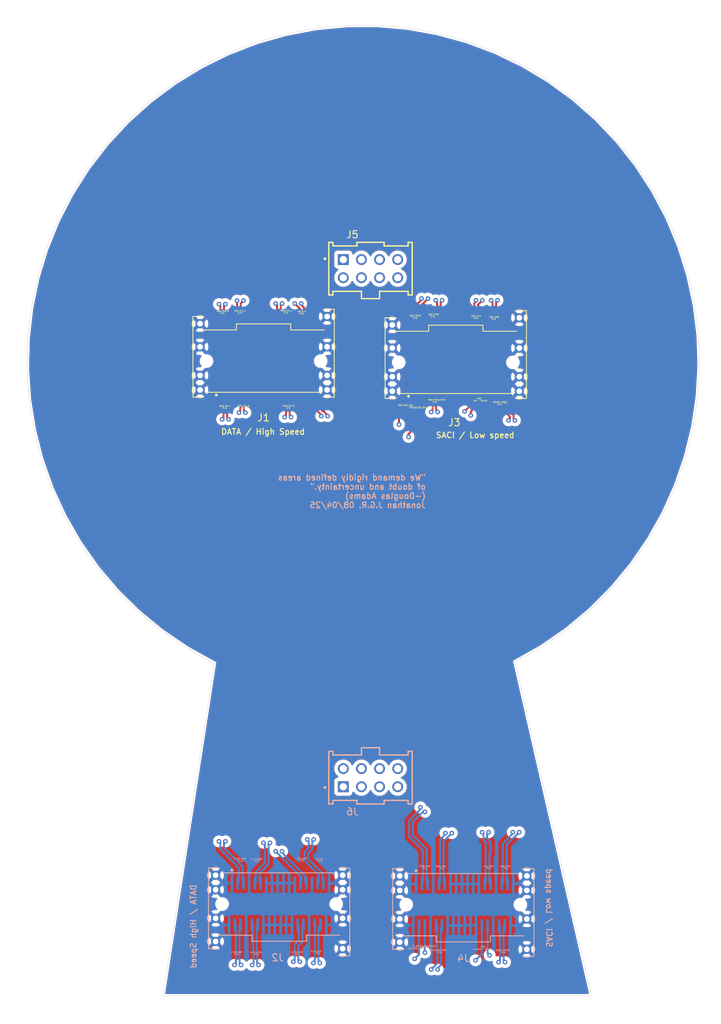
<source format=kicad_pcb>
(kicad_pcb (version 20241229) (generator "pcbnew") (generator_version "9.0")
  (layers (0 "F.Cu" signal "TopLayer") (4 "In1.Cu" signal "Inner1") (6 "In2.Cu" power "Inner2") (8 "In3.Cu" signal) (10 "In4.Cu" signal) (2 "B.Cu" signal "BottomLayer") (13 "F.Paste" user "TopPasteMaskLayer") (15 "B.Paste" user "BottomPasteMaskLayer") (5 "F.SilkS" user "TopSilkLayer") (7 "B.SilkS" user "BottomSilkLayer") (1 "F.Mask" user "TopSolderMaskLayer") (3 "B.Mask" user "BottomSolderMaskLayer") (25 "Edge.Cuts" user))
  (net 0 "")
  (net 1 "DGND")
  (net 2 "/SER_CLK_1_P")
  (net 3 "/DATA_OUT_0_N")
  (net 4 "/WORD_CLK_0_P")
  (net 5 "/RD_CLK_0_P")
  (net 6 "/SER_CLK_0_N")
  (net 7 "/SER_CLK_0_P")
  (net 8 "/RD_CLK_0_N")
  (net 9 "/WORD_CLK_1_N")
  (net 10 "/WORD_CLK_0_N")
  (net 11 "/RD_CLK_N")
  (net 12 "/WORD_CLK_1_P")
  (net 13 "/SER_CLK_1_N")
  (net 14 "/DATA_OUT_1_P")
  (net 15 "/DATA_OUT_0_P")
  (net 16 "/RD_CLK_P")
  (net 17 "/DATA_OUT_1_N")
  (net 18 "/SACI_CLK_N")
  (net 19 "/ASIC{0123}_DM_SN_IO")
  (net 20 "/SPARE_HR{0}_N")
  (net 21 "/ASIC_SR0_P")
  (net 22 "/ASIC_SR0_N")
  (net 23 "/SACI_RESP_P")
  (net 24 "/SACI_CMD_P")
  (net 25 "/ASIC_SACI_SEL")
  (net 26 "/ASIC_SampClkEn_P")
  (net 27 "/ASIC_PULSE")
  (net 28 "/SACI_CLK_P")
  (net 29 "/SACI_CMD_N")
  (net 30 "/ASIC_SampClkEn_N")
  (net 31 "/ASIC_GR")
  (net 32 "/SPARE_HR{0}_P")
  (net 33 "/SACI_RESP_N")
  (net 34 "/VDD1")
  (net 35 "AGND")
  (net 36 "/VDD2")
  (footprint "Connector_SATA_SAS:SATA" (layer "F.Cu") (at 153.95 77.62)
    (property "Reference" "J3")
    (property "Value" "1888174-6")
  )
  (footprint "lib:SAMTEC_IPL1-104-01-L-D-K" (layer "F.Cu") (at 142 64.5)
    (property "Reference" "J5")
    (property "Value" "IPL1-104-01-L-D-K")
  )
  (footprint "Connector_SATA_SAS:SATA" (layer "F.Cu") (at 127.02 77.44)
    (property "Reference" "J1")
    (property "Value" "1888174-6")
  )
  (footprint "lib:SAMTEC_IPL1-104-01-L-D-K" (layer "B.Cu") (at 142 135.73)
    (property "Reference" "J6")
    (property "Value" "IPL1-104-01-L-D-K")
  )
  (footprint "Connector_SATA_SAS:SATA" (layer "B.Cu") (at 129.200001 153.409998)
    (property "Reference" "J2")
    (property "Value" "1888174-6")
  )
  (footprint "Connector_SATA_SAS:SATA" (layer "B.Cu") (at 155 153.5)
    (property "Reference" "J4")
    (property "Value" "1888174-6")
  )
  (gr_arc (start 120.132759 119.700472) (mid 140.757661 30.43077) (end 162.231802 119.499999) (stroke (width 0.05)) (layer "Edge.Cuts"))
  (gr_line (start 120.132759 119.700472) (end 112.932281 166.25) (stroke (width 0.05)) (layer "Edge.Cuts"))
  (gr_line (start 172.932281 166.25) (end 162.231802 119.499998) (stroke (width 0.05)) (layer "Edge.Cuts"))
  (gr_line (start 112.932281 166.25) (end 172.932281 166.25) (stroke (width 0.05)) (layer "Edge.Cuts"))
  (gr_text "Data Out 0\n   P/N" (at 120.44 70.88 0) (layer "F.SilkS") (effects (font (size 0.2 0.2) (thickness 0.04) (bold yes)) (justify left bottom)))
  (gr_text "SER_CLK_1\n   P/N" (at 122.89 70.85 0) (layer "F.SilkS") (effects (font (size 0.2 0.2) (thickness 0.04) (bold yes)) (justify left bottom)))
  (gr_text "   ASIC\nGR - PULSE\n" (at 156.44 83.11 0) (layer "F.SilkS") (effects (font (size 0.2 0.2) (thickness 0.04) (bold yes)) (justify left bottom)))
  (gr_text "RD_CLK\n P/N" (at 131.82 70.95 0) (layer "F.SilkS") (effects (font (size 0.2 0.2) (thickness 0.04) (bold yes)) (justify left bottom)))
  (gr_text "ASIC SAmpClkEn\n    P/N" (at 150.07 83.29 -0) (layer "F.SilkS") (effects (font (size 0.2 0.2) (thickness 0.04) (bold yes)) (justify left bottom)))
  (gr_text "Data Out 1\n   P/N" (at 120.78 84.14 0) (layer "F.SilkS") (effects (font (size 0.2 0.2) (thickness 0.04) (bold yes)) (justify left bottom)))
  (gr_text "SACI_RESP\n   P/N" (at 147.45 71.54 -0) (layer "F.SilkS") (effects (font (size 0.2 0.2) (thickness 0.04) (bold yes)) (justify left bottom)))
  (gr_text "ASIC_SACI_SEL\n		ASIC{0123}_DM_SN_IO\n" (at 145.84 84.05 0) (layer "F.SilkS") (effects (font (size 0.2 0.2) (thickness 0.04) (bold yes)) (justify left bottom)))
  (gr_text "ASIC_SR0\n  P/N" (at 158.61 71.71 -0) (layer "F.SilkS") (effects (font (size 0.2 0.2) (thickness 0.04) (bold yes)) (justify left bottom)))
  (gr_text "Word_Clk_0\n   P/N" (at 129.66 84.13 0) (layer "F.SilkS") (effects (font (size 0.2 0.2) (thickness 0.04) (bold yes)) (justify left bottom)))
  (gr_text "SPARE_HR{0}\n    P/N" (at 159.14 83.63 -0) (layer "F.SilkS") (effects (font (size 0.2 0.2) (thickness 0.04) (bold yes)) (justify left bottom)))
  (gr_text "DATA / High Speed" (at 120.99 87.79 0) (layer "F.SilkS") (effects (font (size 0.8 0.8) (thickness 0.15) (bold yes)) (justify left bottom)))
  (gr_text "Word_Clk_1\n   P/N" (at 129.35 70.81 0) (layer "F.SilkS") (effects (font (size 0.2 0.2) (thickness 0.04) (bold yes)) (justify left bottom)))
  (gr_text "SER_CLK_0\n   P/N" (at 123.37 84.16 0) (layer "F.SilkS") (effects (font (size 0.2 0.2) (thickness 0.04) (bold yes)) (justify left bottom)))
  (gr_text "SACI_CLK\n  P/N" (at 156.11 71.56 -0) (layer "F.SilkS") (effects (font (size 0.2 0.2) (thickness 0.04) (bold yes)) (justify left bottom)))
  (gr_text "SACI_CMD\n  P/N" (at 150.09 71.34 0) (layer "F.SilkS") (effects (font (size 0.2 0.2) (thickness 0.04) (bold yes)) (justify left bottom)))
  (gr_text "SACI / Low speed" (at 151.08 88.27 0) (layer "F.SilkS") (effects (font (size 0.8 0.8) (thickness 0.15) (bold yes)) (justify left bottom)))
  (gr_text "RD_CLK_0\n N/P" (at 135.15 160.45 0) (layer "B.SilkS") (effects (font (size 0.2 0.2) (thickness 0.04) (bold yes)) (justify left bottom mirror)))
  (gr_text "SACI / Low speed" (at 166.56 159.53 270) (layer "B.SilkS") (effects (font (size 0.8 0.8) (thickness 0.15) (bold yes)) (justify left bottom mirror)))
  (gr_text "Data Out 1\n   N/P" (at 124.05 160.56 0) (layer "B.SilkS") (effects (font (size 0.2 0.2) (thickness 0.04) (bold yes)) (justify left bottom mirror)))
  (gr_text "Word_Clk_0\n   N/P" (at 132.55 160.56 0) (layer "B.SilkS") (effects (font (size 0.2 0.2) (thickness 0.04) (bold yes)) (justify left bottom mirror)))
  (gr_text "SPARE_HR{0}\n    N/P" (at 161.55 160.31 0) (layer "B.SilkS") (effects (font (size 0.2 0.2) (thickness 0.04) (bold yes)) (justify left bottom mirror)))
  (gr_text "SER_CLK_0\n   N/P\n" (at 126.79 160.61 0) (layer "B.SilkS") (effects (font (size 0.2 0.2) (thickness 0.04) (bold yes)) (justify left bottom mirror)))
  (gr_text "SACI_CMD\n  N/P" (at 152.6 148.58 0) (layer "B.SilkS") (effects (font (size 0.2 0.2) (thickness 0.04) (bold yes)) (justify left bottom mirror)))
  (gr_text "	 ASIC\nPULSE - Ground\n" (at 159.01 159.83 -0) (layer "B.SilkS") (effects (font (size 0.2 0.2) (thickness 0.04) (bold yes)) (justify left bottom mirror)))
  (gr_text "{dblquote}We demand rigidly defined areas\nof doubt and uncertainty.{dblquote}\n(-Douglas Adams)\nJonathan J.G.R. 08/04/25" (at 149.82 98.06 0) (layer "B.SilkS") (effects (font (size 0.8 0.8) (thickness 0.15) (bold yes)) (justify left bottom mirror)))
  (gr_text "ASIC SAmpClkEn\n    N/P" (at 152.68 160.29 0) (layer "B.SilkS") (effects (font (size 0.2 0.2) (thickness 0.04) (bold yes)) (justify left bottom mirror)))
  (gr_text "ASIC{0123}_DM_SN_IO\n            ASIC_SACI_SEL" (at 151.22 159.73 0) (layer "B.SilkS") (effects (font (size 0.2 0.2) (thickness 0.04) (bold yes)) (justify left bottom mirror)))
  (gr_text "SACI_CLK\n  N/P" (at 159.22 148.55 0) (layer "B.SilkS") (effects (font (size 0.2 0.2) (thickness 0.04) (bold yes)) (justify left bottom mirror)))
  (gr_text "ASIC_SR0\n  N/P" (at 161.64 148.57 0) (layer "B.SilkS") (effects (font (size 0.2 0.2) (thickness 0.04) (bold yes)) (justify left bottom mirror)))
  (gr_text "Word_Clk_1\n   N/P\n" (at 133.13 147.47 0) (layer "B.SilkS") (effects (font (size 0.2 0.2) (thickness 0.04) (bold yes)) (justify left bottom mirror)))
  (gr_text "SACI_RESP\n   N/P\n" (at 150.42 148.56 0) (layer "B.SilkS") (effects (font (size 0.2 0.2) (thickness 0.04) (bold yes)) (justify left bottom mirror)))
  (gr_text "SER_CLK_1\n   N/P" (at 126.85 147.56 0) (layer "B.SilkS") (effects (font (size 0.2 0.2) (thickness 0.04) (bold yes)) (justify left bottom mirror)))
  (gr_text "DATA / High Speed" (at 117.66 150.6 90) (layer "B.SilkS") (effects (font (size 0.8 0.8) (thickness 0.15) (bold yes)) (justify left bottom mirror)))
  (gr_text "Data Out 0\n   N/P" (at 124.56 147.49 0) (layer "B.SilkS") (effects (font (size 0.2 0.2) (thickness 0.04) (bold yes)) (justify left bottom mirror)))
  (gr_text "RD_CLK\n N/P\n" (at 135.4 147.56 0) (layer "B.SilkS") (effects (font (size 0.2 0.2) (thickness 0.04) (bold yes)) (justify left bottom mirror)))
  (segment (start 123.22 73.63) (end 123.36445 73.48555) (width 0.2701) (layer "F.Cu") (net 2))
  (segment (start 123.36445 73.48555) (end 123.36445 71.23) (width 0.2701) (layer "F.Cu") (net 2))
  (segment (start 123.36445 71.23) (end 123.3095 71.17505) (width 0.2701) (layer "F.Cu") (net 2))
  (segment (start 123.22 74.53) (end 123.22 73.63) (width 0.2701) (layer "F.Cu") (net 2))
  (segment (start 123.3095 71.17505) (end 123.3095 68.97) (width 0.2701) (layer "F.Cu") (net 2))
  (via (at 127.0095 144.84) (size 0.66) (drill 0.3) (layers "F.Cu" "B.Cu") (net 2))
  (via (at 123.3095 68.97) (size 0.66) (drill 0.3) (layers "F.Cu" "B.Cu") (net 2))
  (segment (start 125.944449 150.355547) (end 125.944449 148.904149) (width 0.2701) (layer "B.Cu") (net 2))
  (segment (start 127.204449 145.034949) (end 127.0095 144.84) (width 0.2701) (layer "B.Cu") (net 2))
  (segment (start 125.944449 148.904149) (end 127.204449 147.644149) (width 0.2701) (layer "B.Cu") (net 2))
  (segment (start 127.204449 147.644149) (end 127.204449 145.034949) (width 0.2701) (layer "B.Cu") (net 2))
  (segment (start 125.799999 150.499997) (end 125.944449 150.355547) (width 0.2701) (layer "B.Cu") (net 2))
  (segment (start 121.475551 69.654949) (end 121.6705 69.46) (width 0.2701) (layer "F.Cu") (net 3))
  (segment (start 121.62 74.53) (end 121.475551 74.385551) (width 0.2701) (layer "F.Cu") (net 3))
  (segment (start 121.475551 74.385551) (end 121.475551 69.654949) (width 0.2701) (layer "F.Cu") (net 3))
  (via (at 121.6705 69.46) (size 0.66) (drill 0.3) (layers "F.Cu" "B.Cu") (net 3))
  (via (at 121.6705 144.64) (size 0.66) (drill 0.3) (layers "F.Cu" "B.Cu") (net 3))
  (segment (start 121.6705 144.64) (end 121.475551 144.834949) (width 0.2701) (layer "B.Cu") (net 3))
  (segment (start 121.475551 145.534149) (end 124.055551 148.114149) (width 0.2701) (layer "B.Cu") (net 3))
  (segment (start 121.475551 144.834949) (end 121.475551 145.534149) (width 0.2701) (layer "B.Cu") (net 3))
  (segment (start 124.055551 150.355549) (end 124.200002 150.5) (width 0.2701) (layer "B.Cu") (net 3))
  (segment (start 124.055551 148.114149) (end 124.055551 150.355549) (width 0.2701) (layer "B.Cu") (net 3))
  (segment (start 129.9695 85.28) (end 130.16445 85.08505) (width 0.2701) (layer "F.Cu") (net 4))
  (segment (start 130.16445 81.39445) (end 130.02 81.25) (width 0.2701) (layer "F.Cu") (net 4))
  (segment (start 130.16445 85.08505) (end 130.16445 81.39445) (width 0.2701) (layer "F.Cu") (net 4))
  (segment (start 130.02 81.25) (end 130.02 80.35) (width 0.2701) (layer "F.Cu") (net 4))
  (via (at 129.9695 85.28) (size 0.66) (drill 0.3) (layers "F.Cu" "B.Cu") (net 4))
  (via (at 131.1795 161.48) (size 0.66) (drill 0.3) (layers "F.Cu" "B.Cu") (net 4))
  (segment (start 131.944452 156.464449) (end 131.944452 158.504146) (width 0.2701) (layer "B.Cu") (net 4))
  (segment (start 131.944452 158.504146) (end 131.374449 159.074149) (width 0.2701) (layer "B.Cu") (net 4))
  (segment (start 131.8 156.319997) (end 131.944452 156.464449) (width 0.2701) (layer "B.Cu") (net 4))
  (segment (start 131.374449 159.074149) (end 131.374449 161.285051) (width 0.2701) (layer "B.Cu") (net 4))
  (segment (start 131.374449 161.285051) (end 131.1795 161.48) (width 0.2701) (layer "B.Cu") (net 4))
  (segment (start 132.56445 81.39445) (end 132.42 81.25) (width 0.2701) (layer "F.Cu") (net 5))
  (segment (start 132.42 81.25) (end 132.42 80.35) (width 0.2701) (layer "F.Cu") (net 5))
  (segment (start 135.0995 85.14) (end 135.0995 84.961805) (width 0.2701) (layer "F.Cu") (net 5))
  (segment (start 135.0995 84.961805) (end 132.56445 82.426755) (width 0.2701) (layer "F.Cu") (net 5))
  (segment (start 132.56445 82.426755) (end 132.56445 81.39445) (width 0.2701) (layer "F.Cu") (net 5))
  (via (at 133.9995 161.66) (size 0.66) (drill 0.3) (layers "F.Cu" "B.Cu") (net 5))
  (via (at 135.0995 85.14) (size 0.66) (drill 0.3) (layers "F.Cu" "B.Cu") (net 5))
  (segment (start 134.2 160.248862) (end 134.19445 160.254412) (width 0.2701) (layer "B.Cu") (net 5))
  (segment (start 134.2 156.319996) (end 134.2 160.248862) (width 0.2701) (layer "B.Cu") (net 5))
  (segment (start 134.19445 161.46505) (end 133.9995 161.66) (width 0.2701) (layer "B.Cu") (net 5))
  (segment (start 134.19445 160.254412) (end 134.19445 161.46505) (width 0.2701) (layer "B.Cu") (net 5))
  (segment (start 124.275551 80.494449) (end 124.275551 84.455051) (width 0.2701) (layer "F.Cu") (net 6))
  (segment (start 124.275551 84.455051) (end 124.4705 84.65) (width 0.2701) (layer "F.Cu") (net 6))
  (segment (start 124.42 80.35) (end 124.275551 80.494449) (width 0.2701) (layer "F.Cu") (net 6))
  (via (at 126.3205 161.94) (size 0.66) (drill 0.3) (layers "F.Cu" "B.Cu") (net 6))
  (via (at 124.4705 84.65) (size 0.66) (drill 0.3) (layers "F.Cu" "B.Cu") (net 6))
  (segment (start 126.3205 161.94) (end 126.12555 161.74505) (width 0.2701) (layer "B.Cu") (net 6))
  (segment (start 126.12555 159.904412) (end 126.055553 159.834415) (width 0.2701) (layer "B.Cu") (net 6))
  (segment (start 126.055553 156.464446) (end 126.200001 156.319998) (width 0.2701) (layer "B.Cu") (net 6))
  (segment (start 126.055553 159.834415) (end 126.055553 156.464446) (width 0.2701) (layer "B.Cu") (net 6))
  (segment (start 126.12555 161.74505) (end 126.12555 159.904412) (width 0.2701) (layer "B.Cu") (net 6))
  (segment (start 123.764449 80.494449) (end 123.764449 84.455051) (width 0.2701) (layer "F.Cu") (net 7))
  (segment (start 123.764449 84.455051) (end 123.5695 84.65) (width 0.2701) (layer "F.Cu") (net 7))
  (segment (start 123.62 80.35) (end 123.764449 80.494449) (width 0.2701) (layer "F.Cu") (net 7))
  (via (at 123.5695 84.65) (size 0.66) (drill 0.3) (layers "F.Cu" "B.Cu") (net 7))
  (via (at 125.4195 161.94) (size 0.66) (drill 0.3) (layers "F.Cu" "B.Cu") (net 7))
  (segment (start 125.61445 160.1) (end 125.544452 160.030002) (width 0.2701) (layer "B.Cu") (net 7))
  (segment (start 125.4195 161.94) (end 125.61445 161.74505) (width 0.2701) (layer "B.Cu") (net 7))
  (segment (start 125.61445 161.74505) (end 125.61445 160.1) (width 0.2701) (layer "B.Cu") (net 7))
  (segment (start 125.544452 156.464446) (end 125.400002 156.319996) (width 0.2701) (layer "B.Cu") (net 7))
  (segment (start 125.544452 160.030002) (end 125.544452 156.464446) (width 0.2701) (layer "B.Cu") (net 7))
  (segment (start 135.80655 84.84713) (end 135.39237 84.43295) (width 0.2701) (layer "F.Cu") (net 8))
  (segment (start 133.07555 82.21505) (end 133.07555 81.39445) (width 0.2701) (layer "F.Cu") (net 8))
  (segment (start 135.80655 84.94605) (end 135.80655 84.84713) (width 0.2701) (layer "F.Cu") (net 8))
  (segment (start 135.29345 84.43295) (end 133.07555 82.21505) (width 0.2701) (layer "F.Cu") (net 8))
  (segment (start 136.0005 85.14) (end 135.80655 84.94605) (width 0.2701) (layer "F.Cu") (net 8))
  (segment (start 133.22 81.25) (end 133.22 80.35) (width 0.2701) (layer "F.Cu") (net 8))
  (segment (start 135.39237 84.43295) (end 135.29345 84.43295) (width 0.2701) (layer "F.Cu") (net 8))
  (segment (start 133.07555 81.39445) (end 133.22 81.25) (width 0.2701) (layer "F.Cu") (net 8))
  (via (at 136.0005 85.14) (size 0.66) (drill 0.3) (layers "F.Cu" "B.Cu") (net 8))
  (via (at 134.9005 161.66) (size 0.66) (drill 0.3) (layers "F.Cu" "B.Cu") (net 8))
  (segment (start 135.000001 156.319998) (end 134.7111 156.608899) (width 0.2701) (layer "B.Cu") (net 8))
  (segment (start 134.7111 160.44445) (end 134.70555 160.45) (width 0.2701) (layer "B.Cu") (net 8))
  (segment (start 134.70555 161.46505) (end 134.70555 160.45) (width 0.2701) (layer "B.Cu") (net 8))
  (segment (start 134.7111 156.608899) (end 134.7111 160.44445) (width 0.2701) (layer "B.Cu") (net 8))
  (segment (start 134.9005 161.66) (end 134.70555 161.46505) (width 0.2701) (layer "B.Cu") (net 8))
  (segment (start 129.415551 71.064149) (end 129.415551 69.574949) (width 0.2701) (layer "F.Cu") (net 9))
  (segment (start 129.415551 69.574949) (end 129.6105 69.38) (width 0.2701) (layer "F.Cu") (net 9))
  (segment (start 130.27555 71.924148) (end 129.415551 71.064149) (width 0.2701) (layer "F.Cu") (net 9))
  (segment (start 130.42 73.63) (end 130.27555 73.48555) (width 0.2701) (layer "F.Cu") (net 9))
  (segment (start 130.27555 73.48555) (end 130.27555 71.924148) (width 0.2701) (layer "F.Cu") (net 9))
  (segment (start 130.42 74.53) (end 130.42 73.63) (width 0.2701) (layer "F.Cu") (net 9))
  (via (at 129.6105 146.04) (size 0.66) (drill 0.3) (layers "F.Cu" "B.Cu") (net 9))
  (via (at 129.6105 69.38) (size 0.66) (drill 0.3) (layers "F.Cu" "B.Cu") (net 9))
  (segment (start 129.6105 146.04) (end 129.6105 146.218195) (width 0.2701) (layer "B.Cu") (net 9))
  (segment (start 132.85555 149.463245) (end 132.85555 150.35555) (width 0.2701) (layer "B.Cu") (net 9))
  (segment (start 129.6105 146.218195) (end 132.85555 149.463245) (width 0.2701) (layer "B.Cu") (net 9))
  (segment (start 132.85555 150.35555) (end 133 150.5) (width 0.2701) (layer "B.Cu") (net 9))
  (segment (start 130.82 81.25) (end 130.82 80.35) (width 0.2701) (layer "F.Cu") (net 10))
  (segment (start 130.67555 81.39445) (end 130.82 81.25) (width 0.2701) (layer "F.Cu") (net 10))
  (segment (start 130.67555 85.08505) (end 130.67555 81.39445) (width 0.2701) (layer "F.Cu") (net 10))
  (segment (start 130.8705 85.28) (end 130.67555 85.08505) (width 0.2701) (layer "F.Cu") (net 10))
  (via (at 132.0805 161.48) (size 0.66) (drill 0.3) (layers "F.Cu" "B.Cu") (net 10))
  (via (at 130.8705 85.28) (size 0.66) (drill 0.3) (layers "F.Cu" "B.Cu") (net 10))
  (segment (start 131.885551 159.285851) (end 131.885551 161.285051) (width 0.2701) (layer "B.Cu") (net 10))
  (segment (start 131.885551 161.285051) (end 132.0805 161.48) (width 0.2701) (layer "B.Cu") (net 10))
  (segment (start 132.455553 158.715849) (end 131.885551 159.285851) (width 0.2701) (layer "B.Cu") (net 10))
  (segment (start 132.600003 156.319999) (end 132.455553 156.464449) (width 0.2701) (layer "B.Cu") (net 10))
  (segment (start 132.455553 156.464449) (end 132.455553 158.715849) (width 0.2701) (layer "B.Cu") (net 10))
  (segment (start 132.2905 69.558195) (end 132.67555 69.943245) (width 0.2701) (layer "F.Cu") (net 11))
  (segment (start 132.67555 69.943245) (end 132.67555 73.48555) (width 0.2701) (layer "F.Cu") (net 11))
  (segment (start 132.67555 73.48555) (end 132.82 73.63) (width 0.2701) (layer "F.Cu") (net 11))
  (segment (start 132.2905 69.38) (end 132.2905 69.558195) (width 0.2701) (layer "F.Cu") (net 11))
  (segment (start 132.82 73.63) (end 132.82 74.53) (width 0.2701) (layer "F.Cu") (net 11))
  (via (at 134.0405 144.37) (size 0.66) (drill 0.3) (layers "F.Cu" "B.Cu") (net 11))
  (via (at 132.2905 69.38) (size 0.66) (drill 0.3) (layers "F.Cu" "B.Cu") (net 11))
  (segment (start 135.400001 150.499998) (end 135.255551 150.355548) (width 0.2701) (layer "B.Cu") (net 11))
  (segment (start 133.845551 145.7499) (end 133.845551 144.564949) (width 0.2701) (layer "B.Cu") (net 11))
  (segment (start 135.255551 150.355548) (end 135.255551 149.094149) (width 0.2701) (layer "B.Cu") (net 11))
  (segment (start 133.845551 144.564949) (end 134.0405 144.37) (width 0.2701) (layer "B.Cu") (net 11))
  (segment (start 133.275551 147.114149) (end 133.275551 146.3199) (width 0.2701) (layer "B.Cu") (net 11))
  (segment (start 135.255551 149.094149) (end 133.275551 147.114149) (width 0.2701) (layer "B.Cu") (net 11))
  (segment (start 133.275551 146.3199) (end 133.845551 145.7499) (width 0.2701) (layer "B.Cu") (net 11))
  (segment (start 129.62 73.63) (end 129.76445 73.48555) (width 0.2701) (layer "F.Cu") (net 12))
  (segment (start 128.904449 71.275851) (end 128.904449 69.574949) (width 0.2701) (layer "F.Cu") (net 12))
  (segment (start 129.62 74.53) (end 129.62 73.63) (width 0.2701) (layer "F.Cu") (net 12))
  (segment (start 129.76445 72.135852) (end 128.904449 71.275851) (width 0.2701) (layer "F.Cu") (net 12))
  (segment (start 129.76445 73.48555) (end 129.76445 72.135852) (width 0.2701) (layer "F.Cu") (net 12))
  (segment (start 128.904449 69.574949) (end 128.7095 69.38) (width 0.2701) (layer "F.Cu") (net 12))
  (via (at 128.7095 146.04) (size 0.66) (drill 0.3) (layers "F.Cu" "B.Cu") (net 12))
  (via (at 128.7095 69.38) (size 0.66) (drill 0.3) (layers "F.Cu" "B.Cu") (net 12))
  (segment (start 128.7095 146.04) (end 132.344449 149.674949) (width 0.2701) (layer "B.Cu") (net 12))
  (segment (start 132.344449 149.674949) (end 132.344449 150.35555) (width 0.2701) (layer "B.Cu") (net 12))
  (segment (start 132.344449 150.35555) (end 132.200001 150.499998) (width 0.2701) (layer "B.Cu") (net 12))
  (segment (start 123.8206 70.979462) (end 123.8206 69.3599) (width 0.2701) (layer "F.Cu") (net 13))
  (segment (start 124.02 74.53) (end 124.02 73.63) (width 0.2701) (layer "F.Cu") (net 13))
  (segment (start 124.02 73.63) (end 123.87555 73.48555) (width 0.2701) (layer "F.Cu") (net 13))
  (segment (start 123.8206 69.3599) (end 124.2105 68.97) (width 0.2701) (layer "F.Cu") (net 13))
  (segment (start 123.87555 73.48555) (end 123.87555 71.034412) (width 0.2701) (layer "F.Cu") (net 13))
  (segment (start 123.87555 71.034412) (end 123.8206 70.979462) (width 0.2701) (layer "F.Cu") (net 13))
  (via (at 124.2105 68.97) (size 0.66) (drill 0.3) (layers "F.Cu" "B.Cu") (net 13))
  (via (at 127.9105 144.84) (size 0.66) (drill 0.3) (layers "F.Cu" "B.Cu") (net 13))
  (segment (start 126.600002 150.499999) (end 126.45555 150.355547) (width 0.2701) (layer "B.Cu") (net 13))
  (segment (start 126.45555 150.355547) (end 126.45555 149.115852) (width 0.2701) (layer "B.Cu") (net 13))
  (segment (start 127.715551 145.034949) (end 127.9105 144.84) (width 0.2701) (layer "B.Cu") (net 13))
  (segment (start 127.715551 147.855851) (end 127.715551 145.034949) (width 0.2701) (layer "B.Cu") (net 13))
  (segment (start 126.45555 149.115852) (end 127.715551 147.855851) (width 0.2701) (layer "B.Cu") (net 13))
  (segment (start 121.40445 85.38505) (end 121.40445 80.2) (width 0.2701) (layer "F.Cu") (net 14))
  (segment (start 121.2095 85.58) (end 121.40445 85.38505) (width 0.2701) (layer "F.Cu") (net 14))
  (via (at 121.2095 85.58) (size 0.66) (drill 0.3) (layers "F.Cu" "B.Cu") (net 14))
  (via (at 122.9495 161.93) (size 0.66) (drill 0.3) (layers "F.Cu" "B.Cu") (net 14))
  (segment (start 123.000001 156.319998) (end 123.144451 156.464448) (width 0.2701) (layer "B.Cu") (net 14))
  (segment (start 123.144449 161.735051) (end 122.9495 161.93) (width 0.2701) (layer "B.Cu") (net 14))
  (segment (start 123.144451 159.119993) (end 123.144444 159.12) (width 0.2701) (layer "B.Cu") (net 14))
  (segment (start 123.144451 156.464448) (end 123.144451 159.119993) (width 0.2701) (layer "B.Cu") (net 14))
  (segment (start 123.144444 159.12) (end 123.144449 159.120005) (width 0.2701) (layer "B.Cu") (net 14))
  (segment (start 123.144449 159.120005) (end 123.144449 161.735051) (width 0.2701) (layer "B.Cu") (net 14))
  (segment (start 120.964449 69.654949) (end 120.7695 69.46) (width 0.2701) (layer "F.Cu") (net 15))
  (segment (start 120.964449 74.385551) (end 120.964449 69.654949) (width 0.2701) (layer "F.Cu") (net 15))
  (segment (start 120.82 74.53) (end 120.964449 74.385551) (width 0.2701) (layer "F.Cu") (net 15))
  (via (at 120.7695 144.64) (size 0.66) (drill 0.3) (layers "F.Cu" "B.Cu") (net 15))
  (via (at 120.7695 69.46) (size 0.66) (drill 0.3) (layers "F.Cu" "B.Cu") (net 15))
  (segment (start 123.54445 150.355549) (end 123.400001 150.499998) (width 0.2701) (layer "B.Cu") (net 15))
  (segment (start 120.964449 145.745851) (end 123.54445 148.325852) (width 0.2701) (layer "B.Cu") (net 15))
  (segment (start 120.964449 144.834949) (end 120.964449 145.745851) (width 0.2701) (layer "B.Cu") (net 15))
  (segment (start 120.7695 144.64) (end 120.964449 144.834949) (width 0.2701) (layer "B.Cu") (net 15))
  (segment (start 123.54445 148.325852) (end 123.54445 150.355549) (width 0.2701) (layer "B.Cu") (net 15))
  (segment (start 131.3895 69.38) (end 132.16445 70.15495) (width 0.2701) (layer "F.Cu") (net 16))
  (segment (start 132.16445 73.48555) (end 132.02 73.63) (width 0.2701) (layer "F.Cu") (net 16))
  (segment (start 132.02 73.63) (end 132.02 74.53) (width 0.2701) (layer "F.Cu") (net 16))
  (segment (start 132.16445 70.15495) (end 132.16445 73.48555) (width 0.2701) (layer "F.Cu") (net 16))
  (via (at 131.3895 69.38) (size 0.66) (drill 0.3) (layers "F.Cu" "B.Cu") (net 16))
  (via (at 133.1395 144.37) (size 0.66) (drill 0.3) (layers "F.Cu" "B.Cu") (net 16))
  (segment (start 134.600002 150.499996) (end 134.74445 150.355548) (width 0.2701) (layer "B.Cu") (net 16))
  (segment (start 132.764449 146.108198) (end 133.334449 145.538198) (width 0.2701) (layer "B.Cu") (net 16))
  (segment (start 134.74445 149.305852) (end 132.764449 147.325851) (width 0.2701) (layer "B.Cu") (net 16))
  (segment (start 134.74445 150.355548) (end 134.74445 149.305852) (width 0.2701) (layer "B.Cu") (net 16))
  (segment (start 133.334449 145.538198) (end 133.334449 144.564949) (width 0.2701) (layer "B.Cu") (net 16))
  (segment (start 133.334449 144.564949) (end 133.1395 144.37) (width 0.2701) (layer "B.Cu") (net 16))
  (segment (start 132.764449 147.325851) (end 132.764449 146.108198) (width 0.2701) (layer "B.Cu") (net 16))
  (segment (start 122.1105 85.58) (end 121.91555 85.38505) (width 0.2701) (layer "F.Cu") (net 17))
  (segment (start 121.91555 85.38505) (end 121.91555 80.2) (width 0.2701) (layer "F.Cu") (net 17))
  (via (at 123.8505 161.93) (size 0.66) (drill 0.3) (layers "F.Cu" "B.Cu") (net 17))
  (via (at 122.1105 85.58) (size 0.66) (drill 0.3) (layers "F.Cu" "B.Cu") (net 17))
  (segment (start 123.8 156.32) (end 123.655552 156.464448) (width 0.2701) (layer "B.Cu") (net 17))
  (segment (start 123.655551 161.735051) (end 123.8505 161.93) (width 0.2701) (layer "B.Cu") (net 17))
  (segment (start 123.655552 159.119992) (end 123.655544 159.12) (width 0.2701) (layer "B.Cu") (net 17))
  (segment (start 123.655552 156.464448) (end 123.655552 159.119992) (width 0.2701) (layer "B.Cu") (net 17))
  (segment (start 123.655544 159.12) (end 123.655551 159.120007) (width 0.2701) (layer "B.Cu") (net 17))
  (segment (start 123.655551 159.120007) (end 123.655551 161.735051) (width 0.2701) (layer "B.Cu") (net 17))
  (segment (start 157.6705 68.93) (end 157.0611 69.5394) (width 0.2701) (layer "F.Cu") (net 18))
  (segment (start 157.0611 69.5394) (end 157.0611 74.4211) (width 0.2701) (layer "F.Cu") (net 18))
  (segment (start 157.0611 74.4211) (end 157.35 74.71) (width 0.2701) (layer "F.Cu") (net 18))
  (via (at 157.6705 68.93) (size 0.66) (drill 0.3) (layers "F.Cu" "B.Cu") (net 18))
  (via (at 158.5405 143.37) (size 0.66) (drill 0.3) (layers "F.Cu" "B.Cu") (net 18))
  (segment (start 158.793862 144.68246) (end 158.345551 144.234149) (width 0.2701) (layer "B.Cu") (net 18))
  (segment (start 158.799999 150.590002) (end 158.655549 150.445552) (width 0.2701) (layer "B.Cu") (net 18))
  (segment (start 158.345551 144.234149) (end 158.345551 143.564949) (width 0.2701) (layer "B.Cu") (net 18))
  (segment (start 158.655549 146.550011) (end 158.793862 146.411698) (width 0.2701) (layer "B.Cu") (net 18))
  (segment (start 158.655549 150.445552) (end 158.655549 146.550011) (width 0.2701) (layer "B.Cu") (net 18))
  (segment (start 158.793862 146.411698) (end 158.793862 144.68246) (width 0.2701) (layer "B.Cu") (net 18))
  (segment (start 158.345551 143.564949) (end 158.5405 143.37) (width 0.2701) (layer "B.Cu") (net 18))
  (segment (start 147.8011 83.945846) (end 147.8011 82.397345) (width 0.2701) (layer "F.Cu") (net 19))
  (segment (start 147.3 87.67) (end 147.59 87.38) (width 0.2701) (layer "F.Cu") (net 19))
  (segment (start 147.59 87.38) (end 147.59 84.156946) (width 0.2701) (layer "F.Cu") (net 19))
  (segment (start 147.3 88.02) (end 147.3 87.67) (width 0.2701) (layer "F.Cu") (net 19))
  (segment (start 147.33 88.05) (end 147.3 88.02) (width 0.2701) (layer "F.Cu") (net 19))
  (segment (start 148.95 81.248445) (end 148.95 80.53) (width 0.2701) (layer "F.Cu") (net 19))
  (segment (start 147.8011 82.397345) (end 148.95 81.248445) (width 0.2701) (layer "F.Cu") (net 19))
  (segment (start 147.59 84.156946) (end 147.8011 83.945846) (width 0.2701) (layer "F.Cu") (net 19))
  (via (at 147.33 88.05) (size 0.66) (drill 0.3) (layers "F.Cu" "B.Cu") (net 19))
  (via (at 149.62 160.21) (size 0.66) (drill 0.3) (layers "F.Cu" "B.Cu") (net 19))
  (segment (start 149.599999 160.189999) (end 149.62 160.21) (width 0.2701) (layer "B.Cu") (net 19))
  (segment (start 149.599999 156.410002) (end 149.599999 160.189999) (width 0.2701) (layer "B.Cu") (net 19))
  (segment (start 162.045551 85.004149) (end 162.045551 85.535051) (width 0.2701) (layer "F.Cu") (net 20))
  (segment (start 160.00555 82.964148) (end 162.045551 85.004149) (width 0.2701) (layer "F.Cu") (net 20))
  (segment (start 160.15 80.53) (end 160.15 81.43) (width 0.2701) (layer "F.Cu") (net 20))
  (segment (start 160.00555 81.57445) (end 160.00555 82.964148) (width 0.2701) (layer "F.Cu") (net 20))
  (segment (start 160.15 81.43) (end 160.00555 81.57445) (width 0.2701) (layer "F.Cu") (net 20))
  (segment (start 162.045551 85.535051) (end 162.2405 85.73) (width 0.2701) (layer "F.Cu") (net 20))
  (via (at 160.8505 161.54) (size 0.66) (drill 0.3) (layers "F.Cu" "B.Cu") (net 20))
  (via (at 162.2405 85.73) (size 0.66) (drill 0.3) (layers "F.Cu" "B.Cu") (net 20))
  (segment (start 160.655551 159.149992) (end 160.655543 159.15) (width 0.2701) (layer "B.Cu") (net 20))
  (segment (start 160.8 156.41) (end 160.655551 156.554449) (width 0.2701) (layer "B.Cu") (net 20))
  (segment (start 160.655551 156.554449) (end 160.655551 159.149992) (width 0.2701) (layer "B.Cu") (net 20))
  (segment (start 160.655551 159.150008) (end 160.655551 161.345051) (width 0.2701) (layer "B.Cu") (net 20))
  (segment (start 160.655551 161.345051) (end 160.8505 161.54) (width 0.2701) (layer "B.Cu") (net 20))
  (segment (start 160.655543 159.15) (end 160.655551 159.150008) (width 0.2701) (layer "B.Cu") (net 20))
  (segment (start 158.95 74.71) (end 159.094449 74.565551) (width 0.2701) (layer "F.Cu") (net 21))
  (segment (start 159.094449 69.124949) (end 158.8995 68.93) (width 0.2701) (layer "F.Cu") (net 21))
  (segment (start 159.094449 74.565551) (end 159.094449 69.124949) (width 0.2701) (layer "F.Cu") (net 21))
  (via (at 158.8995 68.93) (size 0.66) (drill 0.3) (layers "F.Cu" "B.Cu") (net 21))
  (via (at 161.9295 143.36) (size 0.66) (drill 0.3) (layers "F.Cu" "B.Cu") (net 21))
  (segment (start 161.9295 143.36) (end 161.9295 143.538195) (width 0.2701) (layer "B.Cu") (net 21))
  (segment (start 160.544449 150.44555) (end 160.400001 150.589998) (width 0.2701) (layer "B.Cu") (net 21))
  (segment (start 161.9295 143.538195) (end 160.544449 144.923246) (width 0.2701) (layer "B.Cu") (net 21))
  (segment (start 160.544449 144.923246) (end 160.544449 150.44555) (width 0.2701) (layer "B.Cu") (net 21))
  (segment (start 159.75 74.71) (end 159.605551 74.565551) (width 0.2701) (layer "F.Cu") (net 22))
  (segment (start 159.605551 74.565551) (end 159.605551 69.124949) (width 0.2701) (layer "F.Cu") (net 22))
  (segment (start 159.605551 69.124949) (end 159.8005 68.93) (width 0.2701) (layer "F.Cu") (net 22))
  (via (at 159.8005 68.93) (size 0.66) (drill 0.3) (layers "F.Cu" "B.Cu") (net 22))
  (via (at 162.8305 143.36) (size 0.66) (drill 0.3) (layers "F.Cu" "B.Cu") (net 22))
  (segment (start 162.8305 143.36) (end 161.05555 145.13495) (width 0.2701) (layer "B.Cu") (net 22))
  (segment (start 161.05555 145.13495) (end 161.05555 150.44555) (width 0.2701) (layer "B.Cu") (net 22))
  (segment (start 161.05555 150.44555) (end 161.2 150.59) (width 0.2701) (layer "B.Cu") (net 22))
  (segment (start 149.1495 68.868195) (end 147.89445 70.123245) (width 0.2701) (layer "F.Cu") (net 23))
  (segment (start 147.75 73.81) (end 147.75 74.71) (width 0.2701) (layer "F.Cu") (net 23))
  (segment (start 147.89445 73.66555) (end 147.75 73.81) (width 0.2701) (layer "F.Cu") (net 23))
  (segment (start 149.1495 68.69) (end 149.1495 68.868195) (width 0.2701) (layer "F.Cu") (net 23))
  (segment (start 147.89445 70.123245) (end 147.89445 73.66555) (width 0.2701) (layer "F.Cu") (net 23))
  (via (at 148.991448 139.871448) (size 0.66) (drill 0.3) (layers "F.Cu" "B.Cu") (net 23))
  (via (at 149.1495 68.69) (size 0.66) (drill 0.3) (layers "F.Cu" "B.Cu") (net 23))
  (segment (start 149.344449 146.370013) (end 149.344462 146.37) (width 0.2701) (layer "B.Cu") (net 23))
  (segment (start 147.41445 143.985852) (end 147.41445 141.724147) (width 0.2701) (layer "B.Cu") (net 23))
  (segment (start 148.991448 140.147149) (end 148.991448 139.871448) (width 0.2701) (layer "B.Cu") (net 23))
  (segment (start 149.2 150.59) (end 149.344449 150.445551) (width 0.2701) (layer "B.Cu") (net 23))
  (segment (start 149.344462 146.37) (end 149.344449 146.369987) (width 0.2701) (layer "B.Cu") (net 23))
  (segment (start 149.344449 150.445551) (end 149.344449 146.370013) (width 0.2701) (layer "B.Cu") (net 23))
  (segment (start 149.344449 146.369987) (end 149.344449 145.915851) (width 0.2701) (layer "B.Cu") (net 23))
  (segment (start 149.344449 145.915851) (end 147.41445 143.985852) (width 0.2701) (layer "B.Cu") (net 23))
  (segment (start 147.41445 141.724147) (end 148.991448 140.147149) (width 0.2701) (layer "B.Cu") (net 23))
  (segment (start 150.29445 72.314148) (end 151.324449 71.284149) (width 0.2701) (layer "F.Cu") (net 24))
  (segment (start 150.29445 73.66555) (end 150.29445 72.314148) (width 0.2701) (layer "F.Cu") (net 24))
  (segment (start 151.324449 69.124949) (end 151.1295 68.93) (width 0.2701) (layer "F.Cu") (net 24))
  (segment (start 150.15 74.71) (end 150.15 73.81) (width 0.2701) (layer "F.Cu") (net 24))
  (segment (start 151.324449 71.284149) (end 151.324449 69.124949) (width 0.2701) (layer "F.Cu") (net 24))
  (segment (start 150.15 73.81) (end 150.29445 73.66555) (width 0.2701) (layer "F.Cu") (net 24))
  (via (at 152.4895 143.49) (size 0.66) (drill 0.3) (layers "F.Cu" "B.Cu") (net 24))
  (via (at 151.1295 68.93) (size 0.66) (drill 0.3) (layers "F.Cu" "B.Cu") (net 24))
  (segment (start 151.744448 144.413247) (end 151.744448 150.445549) (width 0.2701) (layer "B.Cu") (net 24))
  (segment (start 152.4895 143.668195) (end 151.744448 144.413247) (width 0.2701) (layer "B.Cu") (net 24))
  (segment (start 152.4895 143.49) (end 152.4895 143.668195) (width 0.2701) (layer "B.Cu") (net 24))
  (segment (start 151.744448 150.445549) (end 151.599998 150.589999) (width 0.2701) (layer "B.Cu") (net 24))
  (segment (start 148.15 80.53) (end 148.15 81.248445) (width 0.2701) (layer "F.Cu") (net 25))
  (segment (start 145.99 85.02) (end 145.99 86.31) (width 0.2701) (layer "F.Cu") (net 25))
  (segment (start 147.28 83.73) (end 145.99 85.02) (width 0.2701) (layer "F.Cu") (net 25))
  (segment (start 148.15 81.248445) (end 147.28 82.118445) (width 0.2701) (layer "F.Cu") (net 25))
  (segment (start 147.28 82.118445) (end 147.28 83.73) (width 0.2701) (layer "F.Cu") (net 25))
  (via (at 148.18 161.08) (size 0.66) (drill 0.3) (layers "F.Cu" "B.Cu") (net 25))
  (via (at 145.99 86.31) (size 0.66) (drill 0.3) (layers "F.Cu" "B.Cu") (net 25))
  (segment (start 148.18 161.08) (end 148.8 160.46) (width 0.2701) (layer "B.Cu") (net 25))
  (segment (start 148.8 160.46) (end 148.8 156.41) (width 0.2701) (layer "B.Cu") (net 25))
  (segment (start 150.694449 80.674449) (end 150.694449 84.365051) (width 0.2701) (layer "F.Cu") (net 26))
  (segment (start 150.694449 84.365051) (end 150.4995 84.56) (width 0.2701) (layer "F.Cu") (net 26))
  (segment (start 150.55 80.53) (end 150.694449 80.674449) (width 0.2701) (layer "F.Cu") (net 26))
  (via (at 150.4995 162.57) (size 0.66) (drill 0.3) (layers "F.Cu" "B.Cu") (net 26))
  (via (at 150.4995 84.56) (size 0.66) (drill 0.3) (layers "F.Cu" "B.Cu") (net 26))
  (segment (start 151.344451 161.725049) (end 151.344451 156.554448) (width 0.2701) (layer "B.Cu") (net 26))
  (segment (start 150.4995 162.57) (end 151.344451 161.725049) (width 0.2701) (layer "B.Cu") (net 26))
  (segment (start 151.344451 156.554448) (end 151.200001 156.409998) (width 0.2701) (layer "B.Cu") (net 26))
  (segment (start 156.04 84.51) (end 157.75 82.8) (width 0.2701) (layer "F.Cu") (net 27))
  (segment (start 156.04 85.04) (end 156.04 84.51) (width 0.2701) (layer "F.Cu") (net 27))
  (segment (start 157.75 82.8) (end 157.75 80.53) (width 0.2701) (layer "F.Cu") (net 27))
  (via (at 158.69 160.58) (size 0.66) (drill 0.3) (layers "F.Cu" "B.Cu") (net 27))
  (via (at 156.04 85.04) (size 0.66) (drill 0.3) (layers "F.Cu" "B.Cu") (net 27))
  (segment (start 158.400002 160.290002) (end 158.69 160.58) (width 0.2701) (layer "B.Cu") (net 27))
  (segment (start 158.400002 156.410001) (end 158.400002 160.290002) (width 0.2701) (layer "B.Cu") (net 27))
  (segment (start 156.55 69.327695) (end 156.55 74.71) (width 0.2701) (layer "F.Cu") (net 28))
  (segment (start 156.7695 69.108195) (end 156.55 69.327695) (width 0.2701) (layer "F.Cu") (net 28))
  (segment (start 156.7695 68.93) (end 156.7695 69.108195) (width 0.2701) (layer "F.Cu") (net 28))
  (via (at 156.7695 68.93) (size 0.66) (drill 0.3) (layers "F.Cu" "B.Cu") (net 28))
  (via (at 157.6395 143.37) (size 0.66) (drill 0.3) (layers "F.Cu" "B.Cu") (net 28))
  (segment (start 157.834449 144.445851) (end 157.834449 143.564949) (width 0.2701) (layer "B.Cu") (net 28))
  (segment (start 158.144448 146.550012) (end 158.14446 146.55) (width 0.2701) (layer "B.Cu") (net 28))
  (segment (start 158.144448 150.445552) (end 158.144448 146.550012) (width 0.2701) (layer "B.Cu") (net 28))
  (segment (start 158.199299 144.810701) (end 157.834449 144.445851) (width 0.2701) (layer "B.Cu") (net 28))
  (segment (start 158.14446 144.86554) (end 158.199299 144.810701) (width 0.2701) (layer "B.Cu") (net 28))
  (segment (start 157.834449 143.564949) (end 157.6395 143.37) (width 0.2701) (layer "B.Cu") (net 28))
  (segment (start 158 150.59) (end 158.144448 150.445552) (width 0.2701) (layer "B.Cu") (net 28))
  (segment (start 158.14446 146.55) (end 158.14446 144.86554) (width 0.2701) (layer "B.Cu") (net 28))
  (segment (start 151.835551 71.495851) (end 151.835551 69.124949) (width 0.2701) (layer "F.Cu") (net 29))
  (segment (start 150.95 73.81) (end 150.80555 73.66555) (width 0.2701) (layer "F.Cu") (net 29))
  (segment (start 150.95 74.71) (end 150.95 73.81) (width 0.2701) (layer "F.Cu") (net 29))
  (segment (start 151.835551 69.124949) (end 152.0305 68.93) (width 0.2701) (layer "F.Cu") (net 29))
  (segment (start 150.80555 72.525852) (end 151.835551 71.495851) (width 0.2701) (layer "F.Cu") (net 29))
  (segment (start 150.80555 73.66555) (end 150.80555 72.525852) (width 0.2701) (layer "F.Cu") (net 29))
  (via (at 152.0305 68.93) (size 0.66) (drill 0.3) (layers "F.Cu" "B.Cu") (net 29))
  (via (at 153.3905 143.49) (size 0.66) (drill 0.3) (layers "F.Cu" "B.Cu") (net 29))
  (segment (start 153.3905 143.49) (end 152.255549 144.624951) (width 0.2701) (layer "B.Cu") (net 29))
  (segment (start 152.255549 144.624951) (end 152.255549 150.445549) (width 0.2701) (layer "B.Cu") (net 29))
  (segment (start 152.255549 150.445549) (end 152.400001 150.590001) (width 0.2701) (layer "B.Cu") (net 29))
  (segment (start 151.35 80.53) (end 151.205551 80.674449) (width 0.2701) (layer "F.Cu") (net 30))
  (segment (start 151.205551 84.365051) (end 151.4005 84.56) (width 0.2701) (layer "F.Cu") (net 30))
  (segment (start 151.205551 80.674449) (end 151.205551 84.365051) (width 0.2701) (layer "F.Cu") (net 30))
  (via (at 151.4005 84.56) (size 0.66) (drill 0.3) (layers "F.Cu" "B.Cu") (net 30))
  (via (at 151.4005 162.57) (size 0.66) (drill 0.3) (layers "F.Cu" "B.Cu") (net 30))
  (segment (start 151.855552 161.936753) (end 151.855552 156.554448) (width 0.2701) (layer "B.Cu") (net 30))
  (segment (start 151.4005 162.57) (end 151.4005 162.391805) (width 0.2701) (layer "B.Cu") (net 30))
  (segment (start 151.855552 156.554448) (end 152 156.41) (width 0.2701) (layer "B.Cu") (net 30))
  (segment (start 151.4005 162.391805) (end 151.855552 161.936753) (width 0.2701) (layer "B.Cu") (net 30))
  (segment (start 156.95 82.71) (end 155.18 84.48) (width 0.2701) (layer "F.Cu") (net 31))
  (segment (start 156.95 80.53) (end 156.95 82.71) (width 0.2701) (layer "F.Cu") (net 31))
  (via (at 155.18 84.48) (size 0.66) (drill 0.3) (layers "F.Cu" "B.Cu") (net 31))
  (via (at 156.71 161.28) (size 0.66) (drill 0.3) (layers "F.Cu" "B.Cu") (net 31))
  (segment (start 157.599999 160.390001) (end 157.599999 156.409999) (width 0.2701) (layer "B.Cu") (net 31))
  (segment (start 156.71 161.28) (end 157.599999 160.390001) (width 0.2701) (layer "B.Cu") (net 31))
  (segment (start 159.49445 83.175852) (end 161.534449 85.215851) (width 0.2701) (layer "F.Cu") (net 32))
  (segment (start 161.534449 85.215851) (end 161.534449 85.535051) (width 0.2701) (layer "F.Cu") (net 32))
  (segment (start 159.49445 81.57445) (end 159.49445 83.175852) (width 0.2701) (layer "F.Cu") (net 32))
  (segment (start 159.35 81.43) (end 159.49445 81.57445) (width 0.2701) (layer "F.Cu") (net 32))
  (segment (start 159.35 80.53) (end 159.35 81.43) (width 0.2701) (layer "F.Cu") (net 32))
  (segment (start 161.534449 85.535051) (end 161.3395 85.73) (width 0.2701) (layer "F.Cu") (net 32))
  (via (at 159.9495 161.54) (size 0.66) (drill 0.3) (layers "F.Cu" "B.Cu") (net 32))
  (via (at 161.3395 85.73) (size 0.66) (drill 0.3) (layers "F.Cu" "B.Cu") (net 32))
  (segment (start 160.144443 159.15) (end 160.144449 159.150006) (width 0.2701) (layer "B.Cu") (net 32))
  (segment (start 160.14445 159.149993) (end 160.144443 159.15) (width 0.2701) (layer "B.Cu") (net 32))
  (segment (start 160.144449 159.150006) (end 160.144449 161.345051) (width 0.2701) (layer "B.Cu") (net 32))
  (segment (start 159.999999 156.409998) (end 160.14445 156.554449) (width 0.2701) (layer "B.Cu") (net 32))
  (segment (start 160.144449 161.345051) (end 159.9495 161.54) (width 0.2701) (layer "B.Cu") (net 32))
  (segment (start 160.14445 156.554449) (end 160.14445 159.149993) (width 0.2701) (layer "B.Cu") (net 32))
  (segment (start 148.55 73.81) (end 148.55 74.71) (width 0.2701) (layer "F.Cu") (net 33))
  (segment (start 148.40555 70.33495) (end 148.40555 73.66555) (width 0.2701) (layer "F.Cu") (net 33))
  (segment (start 148.40555 73.66555) (end 148.55 73.81) (width 0.2701) (layer "F.Cu") (net 33))
  (segment (start 150.0505 68.69) (end 148.40555 70.33495) (width 0.2701) (layer "F.Cu") (net 33))
  (via (at 150.0505 68.69) (size 0.66) (drill 0.3) (layers "F.Cu" "B.Cu") (net 33))
  (via (at 149.628552 140.508552) (size 0.66) (drill 0.3) (layers "F.Cu" "B.Cu") (net 33))
  (segment (start 149.855551 146.369989) (end 149.855551 145.704149) (width 0.2701) (layer "B.Cu") (net 33))
  (segment (start 149.855551 145.704149) (end 147.92555 143.774148) (width 0.2701) (layer "B.Cu") (net 33))
  (segment (start 150.000001 150.590002) (end 149.85555 150.445551) (width 0.2701) (layer "B.Cu") (net 33))
  (segment (start 147.92555 143.774148) (end 147.92555 141.935853) (width 0.2701) (layer "B.Cu") (net 33))
  (segment (start 147.92555 141.935853) (end 149.352851 140.508552) (width 0.2701) (layer "B.Cu") (net 33))
  (segment (start 149.85555 146.370012) (end 149.855562 146.37) (width 0.2701) (layer "B.Cu") (net 33))
  (segment (start 149.352851 140.508552) (end 149.628552 140.508552) (width 0.2701) (layer "B.Cu") (net 33))
  (segment (start 149.85555 150.445551) (end 149.85555 146.370012) (width 0.2701) (layer "B.Cu") (net 33))
  (segment (start 149.855562 146.37) (end 149.855551 146.369989) (width 0.2701) (layer "B.Cu") (net 33))
  (zone (net 1) (net_name "DGND") (layers "F.Cu" "B.Cu") (connect_pads (clearance 0.5)) (min_thickness 0.25) (fill yes (thermal_gap 0.5) (thermal_bridge_width 0.5))
    (polygon (pts (xy 190.5 30.5) (xy 186 167.5) (xy 93.5 169) (xy 93.5 30.5) (xy 138.5 30.5)))
  )
)
</source>
